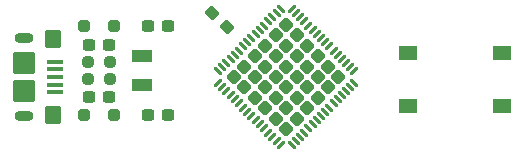
<source format=gbr>
%TF.GenerationSoftware,KiCad,Pcbnew,9.0.0*%
%TF.CreationDate,2025-03-29T18:59:15-04:00*%
%TF.ProjectId,Pro600_CPU_Upgrade,50726f36-3030-45f4-9350-555f55706772,rev?*%
%TF.SameCoordinates,Original*%
%TF.FileFunction,Paste,Top*%
%TF.FilePolarity,Positive*%
%FSLAX46Y46*%
G04 Gerber Fmt 4.6, Leading zero omitted, Abs format (unit mm)*
G04 Created by KiCad (PCBNEW 9.0.0) date 2025-03-29 18:59:15*
%MOMM*%
%LPD*%
G01*
G04 APERTURE LIST*
G04 Aperture macros list*
%AMRoundRect*
0 Rectangle with rounded corners*
0 $1 Rounding radius*
0 $2 $3 $4 $5 $6 $7 $8 $9 X,Y pos of 4 corners*
0 Add a 4 corners polygon primitive as box body*
4,1,4,$2,$3,$4,$5,$6,$7,$8,$9,$2,$3,0*
0 Add four circle primitives for the rounded corners*
1,1,$1+$1,$2,$3*
1,1,$1+$1,$4,$5*
1,1,$1+$1,$6,$7*
1,1,$1+$1,$8,$9*
0 Add four rect primitives between the rounded corners*
20,1,$1+$1,$2,$3,$4,$5,0*
20,1,$1+$1,$4,$5,$6,$7,0*
20,1,$1+$1,$6,$7,$8,$9,0*
20,1,$1+$1,$8,$9,$2,$3,0*%
%AMFreePoly0*
4,1,14,0.355806,0.106694,0.419194,0.043306,0.437500,-0.000888,0.437500,-0.062500,0.419194,-0.106694,0.375000,-0.125000,-0.375000,-0.125000,-0.419194,-0.106694,-0.437500,-0.062500,-0.437500,0.062500,-0.419194,0.106694,-0.375000,0.125000,0.311612,0.125000,0.355806,0.106694,0.355806,0.106694,$1*%
%AMFreePoly1*
4,1,14,0.419194,0.106694,0.437500,0.062500,0.437500,0.000888,0.419194,-0.043306,0.355806,-0.106694,0.311612,-0.125000,-0.375000,-0.125000,-0.419194,-0.106694,-0.437500,-0.062500,-0.437500,0.062500,-0.419194,0.106694,-0.375000,0.125000,0.375000,0.125000,0.419194,0.106694,0.419194,0.106694,$1*%
%AMFreePoly2*
4,1,14,0.106694,0.419194,0.125000,0.375000,0.125000,-0.375000,0.106694,-0.419194,0.062500,-0.437500,-0.062500,-0.437500,-0.106694,-0.419194,-0.125000,-0.375000,-0.125000,0.311612,-0.106694,0.355806,-0.043306,0.419194,0.000888,0.437500,0.062500,0.437500,0.106694,0.419194,0.106694,0.419194,$1*%
%AMFreePoly3*
4,1,14,0.043306,0.419194,0.106694,0.355806,0.125000,0.311612,0.125000,-0.375000,0.106694,-0.419194,0.062500,-0.437500,-0.062500,-0.437500,-0.106694,-0.419194,-0.125000,-0.375000,-0.125000,0.375000,-0.106694,0.419194,-0.062500,0.437500,-0.000888,0.437500,0.043306,0.419194,0.043306,0.419194,$1*%
%AMFreePoly4*
4,1,14,0.419194,0.106694,0.437500,0.062500,0.437500,-0.062500,0.419194,-0.106694,0.375000,-0.125000,-0.311612,-0.125000,-0.355806,-0.106694,-0.419194,-0.043306,-0.437500,0.000888,-0.437500,0.062500,-0.419194,0.106694,-0.375000,0.125000,0.375000,0.125000,0.419194,0.106694,0.419194,0.106694,$1*%
%AMFreePoly5*
4,1,14,0.419194,0.106694,0.437500,0.062500,0.437500,-0.062500,0.419194,-0.106694,0.375000,-0.125000,-0.375000,-0.125000,-0.419194,-0.106694,-0.437500,-0.062500,-0.437500,-0.000888,-0.419194,0.043306,-0.355806,0.106694,-0.311612,0.125000,0.375000,0.125000,0.419194,0.106694,0.419194,0.106694,$1*%
%AMFreePoly6*
4,1,14,0.106694,0.419194,0.125000,0.375000,0.125000,-0.311612,0.106694,-0.355806,0.043306,-0.419194,-0.000888,-0.437500,-0.062500,-0.437500,-0.106694,-0.419194,-0.125000,-0.375000,-0.125000,0.375000,-0.106694,0.419194,-0.062500,0.437500,0.062500,0.437500,0.106694,0.419194,0.106694,0.419194,$1*%
%AMFreePoly7*
4,1,14,0.106694,0.419194,0.125000,0.375000,0.125000,-0.375000,0.106694,-0.419194,0.062500,-0.437500,0.000888,-0.437500,-0.043306,-0.419194,-0.106694,-0.355806,-0.125000,-0.311612,-0.125000,0.375000,-0.106694,0.419194,-0.062500,0.437500,0.062500,0.437500,0.106694,0.419194,0.106694,0.419194,$1*%
G04 Aperture macros list end*
%ADD10RoundRect,0.100000X-0.575000X0.100000X-0.575000X-0.100000X0.575000X-0.100000X0.575000X0.100000X0*%
%ADD11O,1.600000X0.900000*%
%ADD12RoundRect,0.250000X-0.450000X0.550000X-0.450000X-0.550000X0.450000X-0.550000X0.450000X0.550000X0*%
%ADD13RoundRect,0.250000X-0.700000X0.700000X-0.700000X-0.700000X0.700000X-0.700000X0.700000X0.700000X0*%
%ADD14RoundRect,0.237500X-0.250000X-0.237500X0.250000X-0.237500X0.250000X0.237500X-0.250000X0.237500X0*%
%ADD15R,1.800000X1.000000*%
%ADD16R,1.550000X1.300000*%
%ADD17RoundRect,0.250000X0.250000X0.250000X-0.250000X0.250000X-0.250000X-0.250000X0.250000X-0.250000X0*%
%ADD18RoundRect,0.250000X-0.360624X0.000000X0.000000X-0.360624X0.360624X0.000000X0.000000X0.360624X0*%
%ADD19FreePoly0,315.000000*%
%ADD20RoundRect,0.062500X-0.309359X0.220971X0.220971X-0.309359X0.309359X-0.220971X-0.220971X0.309359X0*%
%ADD21FreePoly1,315.000000*%
%ADD22FreePoly2,315.000000*%
%ADD23RoundRect,0.062500X-0.309359X-0.220971X-0.220971X-0.309359X0.309359X0.220971X0.220971X0.309359X0*%
%ADD24FreePoly3,315.000000*%
%ADD25FreePoly4,315.000000*%
%ADD26FreePoly5,315.000000*%
%ADD27FreePoly6,315.000000*%
%ADD28FreePoly7,315.000000*%
%ADD29RoundRect,0.237500X-0.380070X0.044194X0.044194X-0.380070X0.380070X-0.044194X-0.044194X0.380070X0*%
%ADD30RoundRect,0.237500X0.300000X0.237500X-0.300000X0.237500X-0.300000X-0.237500X0.300000X-0.237500X0*%
%ADD31RoundRect,0.237500X-0.300000X-0.237500X0.300000X-0.237500X0.300000X0.237500X-0.300000X0.237500X0*%
G04 APERTURE END LIST*
D10*
%TO.C,J5*%
X56675000Y-33000000D03*
X56675000Y-33650000D03*
X56675001Y-34300000D03*
X56675000Y-34950000D03*
X56675000Y-35600000D03*
D11*
X54000000Y-31000001D03*
D12*
X56450000Y-31100000D03*
D13*
X54000000Y-33100000D03*
X54000000Y-35500000D03*
D12*
X56450000Y-37500000D03*
D11*
X54000000Y-37599999D03*
%TD*%
D14*
%TO.C,R3*%
X59484500Y-34500000D03*
X61309500Y-34500000D03*
%TD*%
D15*
%TO.C,Y1*%
X64000000Y-34999999D03*
X64000000Y-32500001D03*
%TD*%
D16*
%TO.C,SW1*%
X86525000Y-32250000D03*
X94475000Y-32250000D03*
X86525000Y-36750000D03*
X94475000Y-36750000D03*
%TD*%
D17*
%TO.C,D2*%
X61647000Y-37500000D03*
X59147000Y-37500000D03*
%TD*%
D18*
%TO.C,U1*%
X76230000Y-29880583D03*
X75346117Y-30764466D03*
X74462233Y-31648350D03*
X73578350Y-32532233D03*
X72694466Y-33416117D03*
X71810583Y-34300000D03*
X77113883Y-30764466D03*
X76230000Y-31648350D03*
X75346117Y-32532233D03*
X74462233Y-33416117D03*
X73578350Y-34300000D03*
X72694466Y-35183883D03*
X77997767Y-31648350D03*
X77113883Y-32532233D03*
X76230000Y-33416117D03*
X75346117Y-34300000D03*
X74462233Y-35183883D03*
X73578350Y-36067767D03*
X78881650Y-32532233D03*
X77997767Y-33416117D03*
X77113883Y-34300000D03*
X76230000Y-35183883D03*
X75346117Y-36067767D03*
X74462233Y-36951650D03*
X79765534Y-33416117D03*
X78881650Y-34300000D03*
X77997767Y-35183883D03*
X77113883Y-36067767D03*
X76230000Y-36951650D03*
X75346117Y-37835534D03*
X80649417Y-34300000D03*
X79765534Y-35183883D03*
X78881650Y-36067767D03*
X77997767Y-36951650D03*
X77113883Y-37835534D03*
X76230000Y-38719417D03*
D19*
X75761542Y-28528241D03*
D20*
X75407988Y-28881794D03*
X75054435Y-29235348D03*
X74700882Y-29588901D03*
X74347328Y-29942454D03*
X73993775Y-30296008D03*
X73640221Y-30649561D03*
X73286668Y-31003115D03*
X72933115Y-31356668D03*
X72579561Y-31710221D03*
X72226008Y-32063775D03*
X71872454Y-32417328D03*
X71518901Y-32770882D03*
X71165348Y-33124435D03*
X70811794Y-33477988D03*
D21*
X70458241Y-33831542D03*
D22*
X70458241Y-34768458D03*
D23*
X70811794Y-35122012D03*
X71165348Y-35475565D03*
X71518901Y-35829118D03*
X71872454Y-36182672D03*
X72226008Y-36536225D03*
X72579561Y-36889779D03*
X72933115Y-37243332D03*
X73286668Y-37596885D03*
X73640221Y-37950439D03*
X73993775Y-38303992D03*
X74347328Y-38657546D03*
X74700882Y-39011099D03*
X75054435Y-39364652D03*
X75407988Y-39718206D03*
D24*
X75761542Y-40071759D03*
D25*
X76698458Y-40071759D03*
D20*
X77052012Y-39718206D03*
X77405565Y-39364652D03*
X77759118Y-39011099D03*
X78112672Y-38657546D03*
X78466225Y-38303992D03*
X78819779Y-37950439D03*
X79173332Y-37596885D03*
X79526885Y-37243332D03*
X79880439Y-36889779D03*
X80233992Y-36536225D03*
X80587546Y-36182672D03*
X80941099Y-35829118D03*
X81294652Y-35475565D03*
X81648206Y-35122012D03*
D26*
X82001759Y-34768458D03*
D27*
X82001759Y-33831542D03*
D23*
X81648206Y-33477988D03*
X81294652Y-33124435D03*
X80941099Y-32770882D03*
X80587546Y-32417328D03*
X80233992Y-32063775D03*
X79880439Y-31710221D03*
X79526885Y-31356668D03*
X79173332Y-31003115D03*
X78819779Y-30649561D03*
X78466225Y-30296008D03*
X78112672Y-29942454D03*
X77759118Y-29588901D03*
X77405565Y-29235348D03*
X77052012Y-28881794D03*
D28*
X76698458Y-28528241D03*
%TD*%
D29*
%TO.C,C9*%
X69980240Y-28880240D03*
X71200000Y-30100000D03*
%TD*%
D30*
%TO.C,C2*%
X66225002Y-30000000D03*
X64500000Y-30000000D03*
%TD*%
D31*
%TO.C,C4*%
X59534500Y-36000000D03*
X61259500Y-36000000D03*
%TD*%
D17*
%TO.C,D1*%
X61647000Y-30000000D03*
X59147000Y-30000000D03*
%TD*%
D31*
%TO.C,C3*%
X59534500Y-31553000D03*
X61259500Y-31553000D03*
%TD*%
D14*
%TO.C,R4*%
X59484500Y-33000000D03*
X61309500Y-33000000D03*
%TD*%
D30*
%TO.C,C1*%
X66225002Y-37500000D03*
X64500000Y-37500000D03*
%TD*%
M02*

</source>
